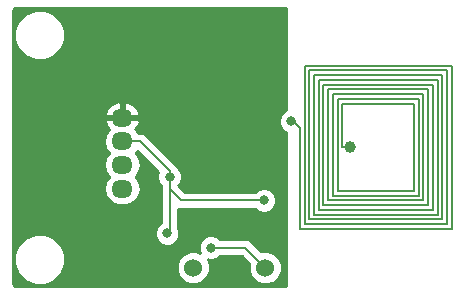
<source format=gbl>
G04 #@! TF.GenerationSoftware,KiCad,Pcbnew,(5.0.2)-1*
G04 #@! TF.CreationDate,2019-02-16T11:26:36+09:00*
G04 #@! TF.ProjectId,EEPROM,45455052-4f4d-42e6-9b69-6361645f7063,v1.0*
G04 #@! TF.SameCoordinates,Original*
G04 #@! TF.FileFunction,Copper,L2,Bot*
G04 #@! TF.FilePolarity,Positive*
%FSLAX46Y46*%
G04 Gerber Fmt 4.6, Leading zero omitted, Abs format (unit mm)*
G04 Created by KiCad (PCBNEW (5.0.2)-1) date 2019/02/16 11:26:36*
%MOMM*%
%LPD*%
G01*
G04 APERTURE LIST*
G04 #@! TA.AperFunction,ComponentPad*
%ADD10O,1.800000X1.524000*%
G04 #@! TD*
G04 #@! TA.AperFunction,ComponentPad*
%ADD11C,1.524000*%
G04 #@! TD*
G04 #@! TA.AperFunction,ViaPad*
%ADD12C,0.800000*%
G04 #@! TD*
G04 #@! TA.AperFunction,ViaPad*
%ADD13C,1.000000*%
G04 #@! TD*
G04 #@! TA.AperFunction,Conductor*
%ADD14C,0.200000*%
G04 #@! TD*
G04 #@! TA.AperFunction,Conductor*
%ADD15C,0.254000*%
G04 #@! TD*
G04 APERTURE END LIST*
D10*
G04 #@! TO.P,P1,1*
G04 #@! TO.N,/SCL*
X189000000Y-116000000D03*
G04 #@! TO.P,P1,2*
G04 #@! TO.N,/SDA*
X189000000Y-114000000D03*
G04 #@! TO.P,P1,3*
G04 #@! TO.N,/VDD*
X189000000Y-112000000D03*
G04 #@! TO.P,P1,4*
G04 #@! TO.N,/GND*
X189000000Y-110000000D03*
G04 #@! TD*
D11*
G04 #@! TO.P,TP1,1*
G04 #@! TO.N,/VOUT*
X201100000Y-122700000D03*
G04 #@! TD*
G04 #@! TO.P,TP2,1*
G04 #@! TO.N,/RFIO*
X195000000Y-122700000D03*
G04 #@! TD*
D12*
G04 #@! TO.N,/GND*
X199000000Y-108000000D03*
X197000000Y-114000000D03*
X200100000Y-119200000D03*
X181700000Y-113200000D03*
X186500000Y-101900000D03*
X189600000Y-122800000D03*
G04 #@! TO.N,/VDD*
X193000000Y-115000000D03*
X201000000Y-117000000D03*
X192800000Y-119800000D03*
G04 #@! TO.N,/VOUT*
X196500000Y-121000000D03*
D13*
G04 #@! TO.N,/ANT*
X208298000Y-112500000D03*
D12*
X203300000Y-110300000D03*
G04 #@! TD*
D14*
G04 #@! TO.N,/GND*
X186500000Y-108400000D02*
X181700000Y-113200000D01*
X186500000Y-101900000D02*
X186500000Y-108400000D01*
G04 #@! TO.N,/VDD*
X190500000Y-112000000D02*
X189000000Y-112000000D01*
X193000000Y-114500000D02*
X190500000Y-112000000D01*
X193000000Y-115000000D02*
X193000000Y-114500000D01*
X193000000Y-115000000D02*
X193000000Y-116000000D01*
X193000000Y-116000000D02*
X194000000Y-117000000D01*
X194000000Y-117000000D02*
X201000000Y-117000000D01*
X193000000Y-115000000D02*
X193000000Y-119600000D01*
X193000000Y-119600000D02*
X192800000Y-119800000D01*
G04 #@! TO.N,/VOUT*
X199400000Y-121000000D02*
X201100000Y-122700000D01*
X196500000Y-121000000D02*
X199400000Y-121000000D01*
G04 #@! TO.N,/ANT*
X208298000Y-112499900D02*
X207628000Y-112499900D01*
X213700000Y-108800000D02*
X213700000Y-116200000D01*
X207228000Y-116200000D02*
X213700000Y-116200000D01*
X214100000Y-108400000D02*
X214100000Y-116600000D01*
X206828000Y-116600000D02*
X214100000Y-116600000D01*
X214500000Y-107999900D02*
X214500000Y-116999900D01*
X206428000Y-116999900D02*
X214500000Y-116999900D01*
X214900000Y-107600000D02*
X214900000Y-117400000D01*
X206028000Y-117400000D02*
X214900000Y-117400000D01*
X215300000Y-107200000D02*
X215294000Y-117797000D01*
X215294000Y-117797000D02*
X205628000Y-117800000D01*
X215700000Y-106800000D02*
X215700000Y-118200000D01*
X205228000Y-118200000D02*
X215700000Y-118200000D01*
X216100000Y-106400000D02*
X216100000Y-118600000D01*
X204828000Y-118600000D02*
X216100000Y-118600000D01*
X216500000Y-105999900D02*
X216500000Y-118999900D01*
X204428000Y-118999900D02*
X216500000Y-118999900D01*
X216900000Y-105600000D02*
X216900000Y-119400000D01*
X204028000Y-119400000D02*
X216900000Y-119400000D01*
X207630000Y-108800000D02*
X207628000Y-112499900D01*
X207630000Y-108800000D02*
X213700000Y-108800000D01*
X207230000Y-108400000D02*
X207228000Y-116200000D01*
X207230000Y-108400000D02*
X214100000Y-108400000D01*
X206830000Y-107999900D02*
X206828000Y-116600000D01*
X206830000Y-107999900D02*
X214500000Y-107999900D01*
X206430000Y-107600000D02*
X206428000Y-116999900D01*
X206430000Y-107600000D02*
X214900000Y-107600000D01*
X206030000Y-107200000D02*
X206028000Y-117400000D01*
X206030000Y-107200000D02*
X215300000Y-107200000D01*
X205630000Y-106800000D02*
X205628000Y-117800000D01*
X205630000Y-106800000D02*
X215700000Y-106800000D01*
X205230000Y-106400000D02*
X205228000Y-118200000D01*
X205230000Y-106400000D02*
X216100000Y-106400000D01*
X204830000Y-105999900D02*
X204828000Y-118600000D01*
X204830000Y-105999900D02*
X216500000Y-105999900D01*
X204430000Y-105600000D02*
X204428000Y-118999900D01*
X204430000Y-105600000D02*
X216900000Y-105600000D01*
X204028000Y-110900000D02*
X204028000Y-119400000D01*
X203428000Y-110300000D02*
X204028000Y-110900000D01*
X203300000Y-110300000D02*
X203428000Y-110300000D01*
G04 #@! TD*
D15*
G04 #@! TO.N,/GND*
G36*
X202873000Y-109356593D02*
X202713720Y-109422569D01*
X202422569Y-109713720D01*
X202265000Y-110094126D01*
X202265000Y-110505874D01*
X202422569Y-110886280D01*
X202713720Y-111177431D01*
X202873000Y-111243407D01*
X202873000Y-124290000D01*
X180069930Y-124290000D01*
X179894345Y-124255074D01*
X179804774Y-124195225D01*
X179744926Y-124105655D01*
X179710000Y-123930070D01*
X179710000Y-121575322D01*
X179865000Y-121575322D01*
X179865000Y-122424678D01*
X180190034Y-123209380D01*
X180790620Y-123809966D01*
X181575322Y-124135000D01*
X182424678Y-124135000D01*
X183209380Y-123809966D01*
X183809966Y-123209380D01*
X184135000Y-122424678D01*
X184135000Y-122422119D01*
X193603000Y-122422119D01*
X193603000Y-122977881D01*
X193815680Y-123491337D01*
X194208663Y-123884320D01*
X194722119Y-124097000D01*
X195277881Y-124097000D01*
X195791337Y-123884320D01*
X196184320Y-123491337D01*
X196397000Y-122977881D01*
X196397000Y-122422119D01*
X196224747Y-122006262D01*
X196294126Y-122035000D01*
X196705874Y-122035000D01*
X197086280Y-121877431D01*
X197228711Y-121735000D01*
X199095554Y-121735000D01*
X199726336Y-122365782D01*
X199703000Y-122422119D01*
X199703000Y-122977881D01*
X199915680Y-123491337D01*
X200308663Y-123884320D01*
X200822119Y-124097000D01*
X201377881Y-124097000D01*
X201891337Y-123884320D01*
X202284320Y-123491337D01*
X202497000Y-122977881D01*
X202497000Y-122422119D01*
X202284320Y-121908663D01*
X201891337Y-121515680D01*
X201377881Y-121303000D01*
X200822119Y-121303000D01*
X200765782Y-121326336D01*
X199970911Y-120531465D01*
X199929905Y-120470095D01*
X199686783Y-120307646D01*
X199472388Y-120265000D01*
X199472384Y-120265000D01*
X199400000Y-120250602D01*
X199327616Y-120265000D01*
X197228711Y-120265000D01*
X197086280Y-120122569D01*
X196705874Y-119965000D01*
X196294126Y-119965000D01*
X195913720Y-120122569D01*
X195622569Y-120413720D01*
X195465000Y-120794126D01*
X195465000Y-121205874D01*
X195552316Y-121416675D01*
X195277881Y-121303000D01*
X194722119Y-121303000D01*
X194208663Y-121515680D01*
X193815680Y-121908663D01*
X193603000Y-122422119D01*
X184135000Y-122422119D01*
X184135000Y-121575322D01*
X183809966Y-120790620D01*
X183209380Y-120190034D01*
X182424678Y-119865000D01*
X181575322Y-119865000D01*
X180790620Y-120190034D01*
X180190034Y-120790620D01*
X179865000Y-121575322D01*
X179710000Y-121575322D01*
X179710000Y-112000000D01*
X187437632Y-112000000D01*
X187546056Y-112545082D01*
X187850022Y-113000000D01*
X187546056Y-113454918D01*
X187437632Y-114000000D01*
X187546056Y-114545082D01*
X187850022Y-115000000D01*
X187546056Y-115454918D01*
X187437632Y-116000000D01*
X187546056Y-116545082D01*
X187854820Y-117007180D01*
X188316918Y-117315944D01*
X188724412Y-117397000D01*
X189275588Y-117397000D01*
X189683082Y-117315944D01*
X190145180Y-117007180D01*
X190453944Y-116545082D01*
X190562368Y-116000000D01*
X190453944Y-115454918D01*
X190149978Y-115000000D01*
X190453944Y-114545082D01*
X190562368Y-114000000D01*
X190453944Y-113454918D01*
X190149978Y-113000000D01*
X190274377Y-112813823D01*
X192049845Y-114589292D01*
X191965000Y-114794126D01*
X191965000Y-115205874D01*
X192122569Y-115586280D01*
X192265000Y-115728711D01*
X192265000Y-115927615D01*
X192250602Y-116000000D01*
X192265000Y-116072385D01*
X192265001Y-118901328D01*
X192213720Y-118922569D01*
X191922569Y-119213720D01*
X191765000Y-119594126D01*
X191765000Y-120005874D01*
X191922569Y-120386280D01*
X192213720Y-120677431D01*
X192594126Y-120835000D01*
X193005874Y-120835000D01*
X193386280Y-120677431D01*
X193677431Y-120386280D01*
X193835000Y-120005874D01*
X193835000Y-119594126D01*
X193735000Y-119352704D01*
X193735000Y-117696687D01*
X193927612Y-117735000D01*
X194000000Y-117749399D01*
X194072388Y-117735000D01*
X200271289Y-117735000D01*
X200413720Y-117877431D01*
X200794126Y-118035000D01*
X201205874Y-118035000D01*
X201586280Y-117877431D01*
X201877431Y-117586280D01*
X202035000Y-117205874D01*
X202035000Y-116794126D01*
X201877431Y-116413720D01*
X201586280Y-116122569D01*
X201205874Y-115965000D01*
X200794126Y-115965000D01*
X200413720Y-116122569D01*
X200271289Y-116265000D01*
X194304447Y-116265000D01*
X193751579Y-115712132D01*
X193877431Y-115586280D01*
X194035000Y-115205874D01*
X194035000Y-114794126D01*
X193877431Y-114413720D01*
X193696184Y-114232473D01*
X193692354Y-114213217D01*
X193529905Y-113970095D01*
X193468537Y-113929091D01*
X191070911Y-111531465D01*
X191029905Y-111470095D01*
X190786783Y-111307646D01*
X190572388Y-111265000D01*
X190572384Y-111265000D01*
X190500000Y-111250602D01*
X190427616Y-111265000D01*
X190327045Y-111265000D01*
X190145180Y-110992820D01*
X190109646Y-110969077D01*
X190262135Y-110830328D01*
X190492220Y-110343070D01*
X190369720Y-110127000D01*
X189127000Y-110127000D01*
X189127000Y-110147000D01*
X188873000Y-110147000D01*
X188873000Y-110127000D01*
X187630280Y-110127000D01*
X187507780Y-110343070D01*
X187737865Y-110830328D01*
X187890354Y-110969077D01*
X187854820Y-110992820D01*
X187546056Y-111454918D01*
X187437632Y-112000000D01*
X179710000Y-112000000D01*
X179710000Y-109656930D01*
X187507780Y-109656930D01*
X187630280Y-109873000D01*
X188873000Y-109873000D01*
X188873000Y-108761251D01*
X189127000Y-108761251D01*
X189127000Y-109873000D01*
X190369720Y-109873000D01*
X190492220Y-109656930D01*
X190262135Y-109169672D01*
X189858812Y-108802689D01*
X189345752Y-108617986D01*
X189127000Y-108761251D01*
X188873000Y-108761251D01*
X188654248Y-108617986D01*
X188141188Y-108802689D01*
X187737865Y-109169672D01*
X187507780Y-109656930D01*
X179710000Y-109656930D01*
X179710000Y-102575322D01*
X179865000Y-102575322D01*
X179865000Y-103424678D01*
X180190034Y-104209380D01*
X180790620Y-104809966D01*
X181575322Y-105135000D01*
X182424678Y-105135000D01*
X183209380Y-104809966D01*
X183809966Y-104209380D01*
X184135000Y-103424678D01*
X184135000Y-102575322D01*
X183809966Y-101790620D01*
X183209380Y-101190034D01*
X182424678Y-100865000D01*
X181575322Y-100865000D01*
X180790620Y-101190034D01*
X180190034Y-101790620D01*
X179865000Y-102575322D01*
X179710000Y-102575322D01*
X179710000Y-101069930D01*
X179744926Y-100894345D01*
X179804774Y-100804775D01*
X179894345Y-100744926D01*
X180069930Y-100710000D01*
X202873000Y-100710000D01*
X202873000Y-109356593D01*
X202873000Y-109356593D01*
G37*
X202873000Y-109356593D02*
X202713720Y-109422569D01*
X202422569Y-109713720D01*
X202265000Y-110094126D01*
X202265000Y-110505874D01*
X202422569Y-110886280D01*
X202713720Y-111177431D01*
X202873000Y-111243407D01*
X202873000Y-124290000D01*
X180069930Y-124290000D01*
X179894345Y-124255074D01*
X179804774Y-124195225D01*
X179744926Y-124105655D01*
X179710000Y-123930070D01*
X179710000Y-121575322D01*
X179865000Y-121575322D01*
X179865000Y-122424678D01*
X180190034Y-123209380D01*
X180790620Y-123809966D01*
X181575322Y-124135000D01*
X182424678Y-124135000D01*
X183209380Y-123809966D01*
X183809966Y-123209380D01*
X184135000Y-122424678D01*
X184135000Y-122422119D01*
X193603000Y-122422119D01*
X193603000Y-122977881D01*
X193815680Y-123491337D01*
X194208663Y-123884320D01*
X194722119Y-124097000D01*
X195277881Y-124097000D01*
X195791337Y-123884320D01*
X196184320Y-123491337D01*
X196397000Y-122977881D01*
X196397000Y-122422119D01*
X196224747Y-122006262D01*
X196294126Y-122035000D01*
X196705874Y-122035000D01*
X197086280Y-121877431D01*
X197228711Y-121735000D01*
X199095554Y-121735000D01*
X199726336Y-122365782D01*
X199703000Y-122422119D01*
X199703000Y-122977881D01*
X199915680Y-123491337D01*
X200308663Y-123884320D01*
X200822119Y-124097000D01*
X201377881Y-124097000D01*
X201891337Y-123884320D01*
X202284320Y-123491337D01*
X202497000Y-122977881D01*
X202497000Y-122422119D01*
X202284320Y-121908663D01*
X201891337Y-121515680D01*
X201377881Y-121303000D01*
X200822119Y-121303000D01*
X200765782Y-121326336D01*
X199970911Y-120531465D01*
X199929905Y-120470095D01*
X199686783Y-120307646D01*
X199472388Y-120265000D01*
X199472384Y-120265000D01*
X199400000Y-120250602D01*
X199327616Y-120265000D01*
X197228711Y-120265000D01*
X197086280Y-120122569D01*
X196705874Y-119965000D01*
X196294126Y-119965000D01*
X195913720Y-120122569D01*
X195622569Y-120413720D01*
X195465000Y-120794126D01*
X195465000Y-121205874D01*
X195552316Y-121416675D01*
X195277881Y-121303000D01*
X194722119Y-121303000D01*
X194208663Y-121515680D01*
X193815680Y-121908663D01*
X193603000Y-122422119D01*
X184135000Y-122422119D01*
X184135000Y-121575322D01*
X183809966Y-120790620D01*
X183209380Y-120190034D01*
X182424678Y-119865000D01*
X181575322Y-119865000D01*
X180790620Y-120190034D01*
X180190034Y-120790620D01*
X179865000Y-121575322D01*
X179710000Y-121575322D01*
X179710000Y-112000000D01*
X187437632Y-112000000D01*
X187546056Y-112545082D01*
X187850022Y-113000000D01*
X187546056Y-113454918D01*
X187437632Y-114000000D01*
X187546056Y-114545082D01*
X187850022Y-115000000D01*
X187546056Y-115454918D01*
X187437632Y-116000000D01*
X187546056Y-116545082D01*
X187854820Y-117007180D01*
X188316918Y-117315944D01*
X188724412Y-117397000D01*
X189275588Y-117397000D01*
X189683082Y-117315944D01*
X190145180Y-117007180D01*
X190453944Y-116545082D01*
X190562368Y-116000000D01*
X190453944Y-115454918D01*
X190149978Y-115000000D01*
X190453944Y-114545082D01*
X190562368Y-114000000D01*
X190453944Y-113454918D01*
X190149978Y-113000000D01*
X190274377Y-112813823D01*
X192049845Y-114589292D01*
X191965000Y-114794126D01*
X191965000Y-115205874D01*
X192122569Y-115586280D01*
X192265000Y-115728711D01*
X192265000Y-115927615D01*
X192250602Y-116000000D01*
X192265000Y-116072385D01*
X192265001Y-118901328D01*
X192213720Y-118922569D01*
X191922569Y-119213720D01*
X191765000Y-119594126D01*
X191765000Y-120005874D01*
X191922569Y-120386280D01*
X192213720Y-120677431D01*
X192594126Y-120835000D01*
X193005874Y-120835000D01*
X193386280Y-120677431D01*
X193677431Y-120386280D01*
X193835000Y-120005874D01*
X193835000Y-119594126D01*
X193735000Y-119352704D01*
X193735000Y-117696687D01*
X193927612Y-117735000D01*
X194000000Y-117749399D01*
X194072388Y-117735000D01*
X200271289Y-117735000D01*
X200413720Y-117877431D01*
X200794126Y-118035000D01*
X201205874Y-118035000D01*
X201586280Y-117877431D01*
X201877431Y-117586280D01*
X202035000Y-117205874D01*
X202035000Y-116794126D01*
X201877431Y-116413720D01*
X201586280Y-116122569D01*
X201205874Y-115965000D01*
X200794126Y-115965000D01*
X200413720Y-116122569D01*
X200271289Y-116265000D01*
X194304447Y-116265000D01*
X193751579Y-115712132D01*
X193877431Y-115586280D01*
X194035000Y-115205874D01*
X194035000Y-114794126D01*
X193877431Y-114413720D01*
X193696184Y-114232473D01*
X193692354Y-114213217D01*
X193529905Y-113970095D01*
X193468537Y-113929091D01*
X191070911Y-111531465D01*
X191029905Y-111470095D01*
X190786783Y-111307646D01*
X190572388Y-111265000D01*
X190572384Y-111265000D01*
X190500000Y-111250602D01*
X190427616Y-111265000D01*
X190327045Y-111265000D01*
X190145180Y-110992820D01*
X190109646Y-110969077D01*
X190262135Y-110830328D01*
X190492220Y-110343070D01*
X190369720Y-110127000D01*
X189127000Y-110127000D01*
X189127000Y-110147000D01*
X188873000Y-110147000D01*
X188873000Y-110127000D01*
X187630280Y-110127000D01*
X187507780Y-110343070D01*
X187737865Y-110830328D01*
X187890354Y-110969077D01*
X187854820Y-110992820D01*
X187546056Y-111454918D01*
X187437632Y-112000000D01*
X179710000Y-112000000D01*
X179710000Y-109656930D01*
X187507780Y-109656930D01*
X187630280Y-109873000D01*
X188873000Y-109873000D01*
X188873000Y-108761251D01*
X189127000Y-108761251D01*
X189127000Y-109873000D01*
X190369720Y-109873000D01*
X190492220Y-109656930D01*
X190262135Y-109169672D01*
X189858812Y-108802689D01*
X189345752Y-108617986D01*
X189127000Y-108761251D01*
X188873000Y-108761251D01*
X188654248Y-108617986D01*
X188141188Y-108802689D01*
X187737865Y-109169672D01*
X187507780Y-109656930D01*
X179710000Y-109656930D01*
X179710000Y-102575322D01*
X179865000Y-102575322D01*
X179865000Y-103424678D01*
X180190034Y-104209380D01*
X180790620Y-104809966D01*
X181575322Y-105135000D01*
X182424678Y-105135000D01*
X183209380Y-104809966D01*
X183809966Y-104209380D01*
X184135000Y-103424678D01*
X184135000Y-102575322D01*
X183809966Y-101790620D01*
X183209380Y-101190034D01*
X182424678Y-100865000D01*
X181575322Y-100865000D01*
X180790620Y-101190034D01*
X180190034Y-101790620D01*
X179865000Y-102575322D01*
X179710000Y-102575322D01*
X179710000Y-101069930D01*
X179744926Y-100894345D01*
X179804774Y-100804775D01*
X179894345Y-100744926D01*
X180069930Y-100710000D01*
X202873000Y-100710000D01*
X202873000Y-109356593D01*
G04 #@! TD*
M02*

</source>
